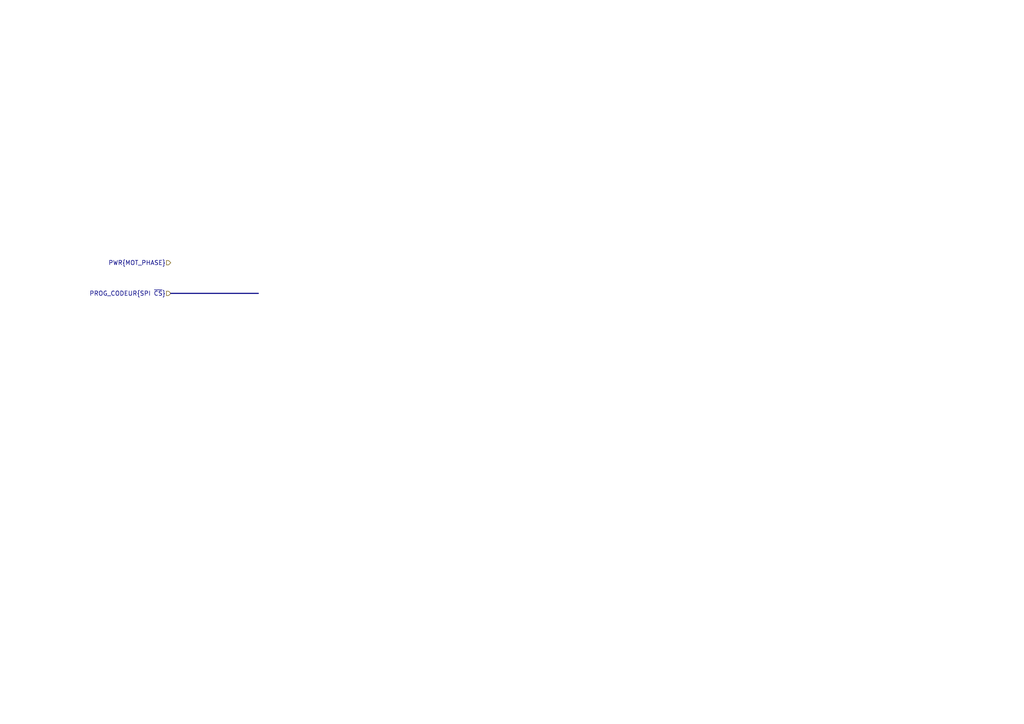
<source format=kicad_sch>
(kicad_sch (version 20210621) (generator eeschema)
  (paper "A4")
  (lib_symbols)
  (bus (pts (xy 49.53 85.09) (xy 74.93 85.09)))
  (hierarchical_label "PWR{MOT_PHASE}" (shape input) (at 49.53 76.2 180))
  (hierarchical_label "PROG_CODEUR{SPI ~{CS}}" (shape input) (at 49.53 85.09 180))
)
</source>
